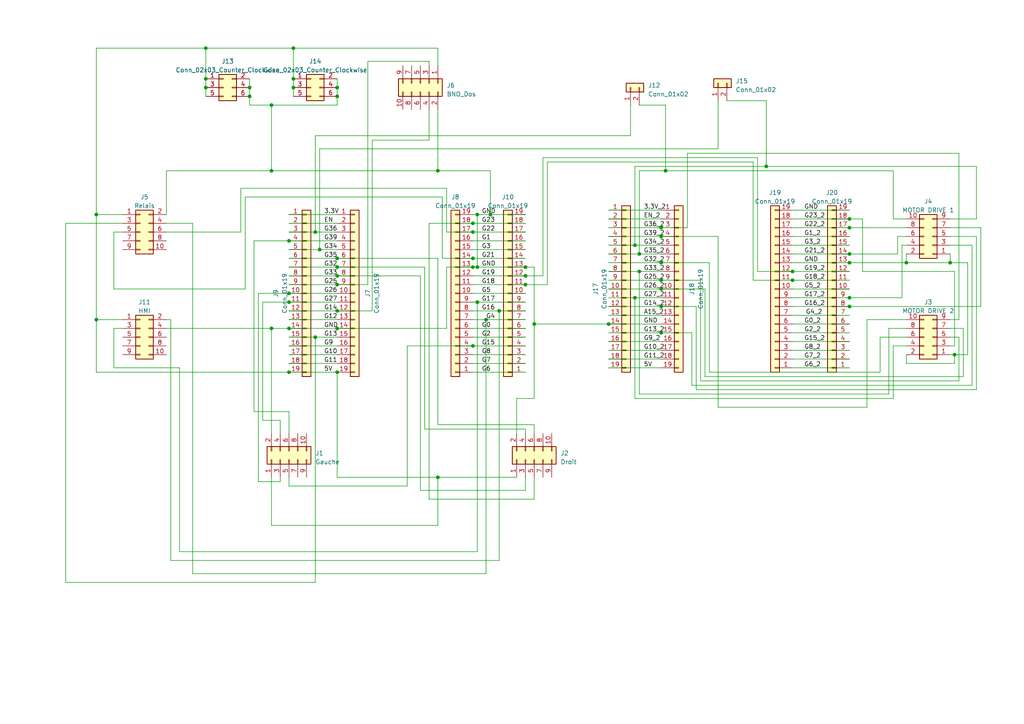
<source format=kicad_sch>
(kicad_sch (version 20230121) (generator eeschema)
  (paper "A4")
  (lib_symbols
    (symbol "Connector_Generic:Conn_01x02" (pin_names (offset 1.016) hide)
      (property "Reference" "J" (at 0 2.54 0))
      (property "Value" "Conn_01x02" (at 0 -5.08 0))
      (symbol "Conn_01x02_1_1"
        (rectangle (start -1.27 -2.413) (end 0 -2.667) (stroke (width 0.1524)))
        (rectangle (start -1.27 0.127) (end 0 -0.127) (stroke (width 0.1524)))
        (rectangle (start -1.27 1.27) (end 1.27 -3.81) (stroke (width 0.254)) (fill (type background)))
        (pin passive line (at -5.08 0 0) (length 3.81) (name "Pin_1") (number "1"))
        (pin passive line (at -5.08 -2.54 0) (length 3.81) (name "Pin_2") (number "2"))
      )
    )
    (symbol "Connector_Generic:Conn_01x19" (pin_names (offset 1.016) hide)
      (property "Reference" "J" (at 0 25.4 0))
      (property "Value" "Conn_01x19" (at 0 -25.4 0))
      (symbol "Conn_01x19_1_1"
        (rectangle (start -1.27 -22.733) (end 0 -22.987) (stroke (width 0.1524)))
        (rectangle (start -1.27 -20.193) (end 0 -20.447) (stroke (width 0.1524)))
        (rectangle (start -1.27 -17.653) (end 0 -17.907) (stroke (width 0.1524)))
        (rectangle (start -1.27 -15.113) (end 0 -15.367) (stroke (width 0.1524)))
        (rectangle (start -1.27 -12.573) (end 0 -12.827) (stroke (width 0.1524)))
        (rectangle (start -1.27 -10.033) (end 0 -10.287) (stroke (width 0.1524)))
        (rectangle (start -1.27 -7.493) (end 0 -7.747) (stroke (width 0.1524)))
        (rectangle (start -1.27 -4.953) (end 0 -5.207) (stroke (width 0.1524)))
        (rectangle (start -1.27 -2.413) (end 0 -2.667) (stroke (width 0.1524)))
        (rectangle (start -1.27 0.127) (end 0 -0.127) (stroke (width 0.1524)))
        (rectangle (start -1.27 2.667) (end 0 2.413) (stroke (width 0.1524)))
        (rectangle (start -1.27 5.207) (end 0 4.953) (stroke (width 0.1524)))
        (rectangle (start -1.27 7.747) (end 0 7.493) (stroke (width 0.1524)))
        (rectangle (start -1.27 10.287) (end 0 10.033) (stroke (width 0.1524)))
        (rectangle (start -1.27 12.827) (end 0 12.573) (stroke (width 0.1524)))
        (rectangle (start -1.27 15.367) (end 0 15.113) (stroke (width 0.1524)))
        (rectangle (start -1.27 17.907) (end 0 17.653) (stroke (width 0.1524)))
        (rectangle (start -1.27 20.447) (end 0 20.193) (stroke (width 0.1524)))
        (rectangle (start -1.27 22.987) (end 0 22.733) (stroke (width 0.1524)))
        (rectangle (start -1.27 24.13) (end 1.27 -24.13) (stroke (width 0.254)) (fill (type background)))
        (pin passive line (at -5.08 22.86 0) (length 3.81) (name "Pin_1") (number "1"))
        (pin passive line (at -5.08 0 0) (length 3.81) (name "Pin_10") (number "10"))
        (pin passive line (at -5.08 -2.54 0) (length 3.81) (name "Pin_11") (number "11"))
        (pin passive line (at -5.08 -5.08 0) (length 3.81) (name "Pin_12") (number "12"))
        (pin passive line (at -5.08 -7.62 0) (length 3.81) (name "Pin_13") (number "13"))
        (pin passive line (at -5.08 -10.16 0) (length 3.81) (name "Pin_14") (number "14"))
        (pin passive line (at -5.08 -12.7 0) (length 3.81) (name "Pin_15") (number "15"))
        (pin passive line (at -5.08 -15.24 0) (length 3.81) (name "Pin_16") (number "16"))
        (pin passive line (at -5.08 -17.78 0) (length 3.81) (name "Pin_17") (number "17"))
        (pin passive line (at -5.08 -20.32 0) (length 3.81) (name "Pin_18") (number "18"))
        (pin passive line (at -5.08 -22.86 0) (length 3.81) (name "Pin_19") (number "19"))
        (pin passive line (at -5.08 20.32 0) (length 3.81) (name "Pin_2") (number "2"))
        (pin passive line (at -5.08 17.78 0) (length 3.81) (name "Pin_3") (number "3"))
        (pin passive line (at -5.08 15.24 0) (length 3.81) (name "Pin_4") (number "4"))
        (pin passive line (at -5.08 12.7 0) (length 3.81) (name "Pin_5") (number "5"))
        (pin passive line (at -5.08 10.16 0) (length 3.81) (name "Pin_6") (number "6"))
        (pin passive line (at -5.08 7.62 0) (length 3.81) (name "Pin_7") (number "7"))
        (pin passive line (at -5.08 5.08 0) (length 3.81) (name "Pin_8") (number "8"))
        (pin passive line (at -5.08 2.54 0) (length 3.81) (name "Pin_9") (number "9"))
      )
    )
    (symbol "Connector_Generic:Conn_02x03_Odd_Even" (pin_names (offset 1.016) hide)
      (property "Reference" "J" (at 1.27 5.08 0))
      (property "Value" "Conn_02x03_Odd_Even" (at 1.27 -5.08 0))
      (symbol "Conn_02x03_Odd_Even_1_1"
        (rectangle (start -1.27 -2.413) (end 0 -2.667) (stroke (width 0.1524)))
        (rectangle (start -1.27 0.127) (end 0 -0.127) (stroke (width 0.1524)))
        (rectangle (start -1.27 2.667) (end 0 2.413) (stroke (width 0.1524)))
        (rectangle (start -1.27 3.81) (end 3.81 -3.81) (stroke (width 0.254)) (fill (type background)))
        (rectangle (start 3.81 -2.413) (end 2.54 -2.667) (stroke (width 0.1524)))
        (rectangle (start 3.81 0.127) (end 2.54 -0.127) (stroke (width 0.1524)))
        (rectangle (start 3.81 2.667) (end 2.54 2.413) (stroke (width 0.1524)))
        (pin passive line (at -5.08 2.54 0) (length 3.81) (name "Pin_1") (number "1"))
        (pin passive line (at 7.62 2.54 180) (length 3.81) (name "Pin_2") (number "2"))
        (pin passive line (at -5.08 0 0) (length 3.81) (name "Pin_3") (number "3"))
        (pin passive line (at 7.62 0 180) (length 3.81) (name "Pin_4") (number "4"))
        (pin passive line (at -5.08 -2.54 0) (length 3.81) (name "Pin_5") (number "5"))
        (pin passive line (at 7.62 -2.54 180) (length 3.81) (name "Pin_6") (number "6"))
      )
    )
    (symbol "Connector_Generic:Conn_02x05_Odd_Even" (pin_names (offset 1.016) hide)
      (property "Reference" "J" (at 1.27 7.62 0))
      (property "Value" "Conn_02x05_Odd_Even" (at 1.27 -7.62 0))
      (symbol "Conn_02x05_Odd_Even_1_1"
        (rectangle (start -1.27 -4.953) (end 0 -5.207) (stroke (width 0.1524)))
        (rectangle (start -1.27 -2.413) (end 0 -2.667) (stroke (width 0.1524)))
        (rectangle (start -1.27 0.127) (end 0 -0.127) (stroke (width 0.1524)))
        (rectangle (start -1.27 2.667) (end 0 2.413) (stroke (width 0.1524)))
        (rectangle (start -1.27 5.207) (end 0 4.953) (stroke (width 0.1524)))
        (rectangle (start -1.27 6.35) (end 3.81 -6.35) (stroke (width 0.254)) (fill (type background)))
        (rectangle (start 3.81 -4.953) (end 2.54 -5.207) (stroke (width 0.1524)))
        (rectangle (start 3.81 -2.413) (end 2.54 -2.667) (stroke (width 0.1524)))
        (rectangle (start 3.81 0.127) (end 2.54 -0.127) (stroke (width 0.1524)))
        (rectangle (start 3.81 2.667) (end 2.54 2.413) (stroke (width 0.1524)))
        (rectangle (start 3.81 5.207) (end 2.54 4.953) (stroke (width 0.1524)))
        (pin passive line (at -5.08 5.08 0) (length 3.81) (name "Pin_1") (number "1"))
        (pin passive line (at 7.62 -5.08 180) (length 3.81) (name "Pin_10") (number "10"))
        (pin passive line (at 7.62 5.08 180) (length 3.81) (name "Pin_2") (number "2"))
        (pin passive line (at -5.08 2.54 0) (length 3.81) (name "Pin_3") (number "3"))
        (pin passive line (at 7.62 2.54 180) (length 3.81) (name "Pin_4") (number "4"))
        (pin passive line (at -5.08 0 0) (length 3.81) (name "Pin_5") (number "5"))
        (pin passive line (at 7.62 0 180) (length 3.81) (name "Pin_6") (number "6"))
        (pin passive line (at -5.08 -2.54 0) (length 3.81) (name "Pin_7") (number "7"))
        (pin passive line (at 7.62 -2.54 180) (length 3.81) (name "Pin_8") (number "8"))
        (pin passive line (at -5.08 -5.08 0) (length 3.81) (name "Pin_9") (number "9"))
      )
    )
  )
  (junction (at 246.38 63.5))
  (junction (at 191.77 76.2))
  (junction (at 83.82 107.95))
  (junction (at 154.94 93.98))
  (junction (at 83.82 95.25))
  (junction (at 59.69 13.97))
  (junction (at 185.42 78.74))
  (junction (at 137.16 77.47))
  (junction (at 97.79 77.47))
  (junction (at 262.89 76.2))
  (junction (at 27.94 92.71))
  (junction (at 59.69 25.4))
  (junction (at 138.43 87.63))
  (junction (at 191.77 81.28))
  (junction (at 229.87 81.28))
  (junction (at 92.71 72.39))
  (junction (at 85.09 25.4))
  (junction (at 97.79 74.93))
  (junction (at 138.43 77.47))
  (junction (at 246.38 73.66))
  (junction (at 97.79 25.4))
  (junction (at 138.43 62.23))
  (junction (at 193.04 49.53))
  (junction (at 97.79 27.94))
  (junction (at 97.79 107.95))
  (junction (at 275.59 76.2))
  (junction (at 78.74 30.48))
  (junction (at 229.87 78.74))
  (junction (at 191.77 83.82))
  (junction (at 91.44 67.31))
  (junction (at 246.38 76.2))
  (junction (at 152.4 80.01))
  (junction (at 184.15 71.12))
  (junction (at 276.86 102.87))
  (junction (at 246.38 86.36))
  (junction (at 78.74 95.25))
  (junction (at 137.16 67.31))
  (junction (at 185.42 73.66))
  (junction (at 72.39 25.4))
  (junction (at 97.79 95.25))
  (junction (at 152.4 82.55))
  (junction (at 91.44 97.79))
  (junction (at 184.15 86.36))
  (junction (at 191.77 88.9))
  (junction (at 27.94 62.23))
  (junction (at 85.09 13.97))
  (junction (at 191.77 66.04))
  (junction (at 176.53 93.98))
  (junction (at 97.79 82.55))
  (junction (at 59.69 22.86))
  (junction (at 127 138.43))
  (junction (at 83.82 87.63))
  (junction (at 83.82 69.85))
  (junction (at 191.77 68.58))
  (junction (at 140.97 92.71))
  (junction (at 222.25 48.26))
  (junction (at 152.4 77.47))
  (junction (at 142.24 62.23))
  (junction (at 246.38 66.04))
  (junction (at 137.16 74.93))
  (junction (at 83.82 85.09))
  (junction (at 144.78 90.17))
  (junction (at 85.09 22.86))
  (junction (at 78.74 49.53))
  (junction (at 127 49.53))
  (junction (at 137.16 64.77))
  (junction (at 72.39 27.94))
  (junction (at 246.38 88.9))
  (junction (at 137.16 100.33))
  (junction (at 191.77 96.52))
  (junction (at 97.79 90.17))
  (junction (at 97.79 80.01))
  (wire (pts (xy 257.81 114.3) (xy 185.42 114.3)))
  (wire (pts (xy 27.94 92.71) (xy 27.94 107.95)))
  (wire (pts (xy 69.85 54.61) (xy 129.54 54.61)))
  (wire (pts (xy 276.86 78.74) (xy 250.19 78.74)))
  (wire (pts (xy 152.4 124.46) (xy 123.19 124.46)))
  (wire (pts (xy 184.15 48.26) (xy 184.15 71.12)))
  (wire (pts (xy 124.46 17.78) (xy 124.46 19.05)))
  (wire (pts (xy 152.4 82.55) (xy 158.75 82.55)))
  (wire (pts (xy 152.4 138.43) (xy 152.4 142.24)))
  (wire (pts (xy 83.82 87.63) (xy 97.79 87.63)))
  (wire (pts (xy 91.44 97.79) (xy 91.44 168.91)))
  (wire (pts (xy 222.25 29.21) (xy 210.82 29.21)))
  (wire (pts (xy 278.13 92.71) (xy 278.13 44.45)))
  (wire (pts (xy 83.82 72.39) (xy 92.71 72.39)))
  (wire (pts (xy 281.94 111.76) (xy 200.66 111.76)))
  (wire (pts (xy 229.87 66.04) (xy 246.38 66.04)))
  (wire (pts (xy 184.15 71.12) (xy 191.77 71.12)))
  (wire (pts (xy 262.89 71.12) (xy 261.62 71.12)))
  (wire (pts (xy 283.21 63.5) (xy 283.21 48.26)))
  (wire (pts (xy 83.82 119.38) (xy 73.66 119.38)))
  (wire (pts (xy 128.27 74.93) (xy 137.16 74.93)))
  (wire (pts (xy 149.86 138.43) (xy 127 138.43)))
  (wire (pts (xy 279.4 109.22) (xy 204.47 109.22)))
  (wire (pts (xy 262.89 97.79) (xy 255.27 97.79)))
  (wire (pts (xy 176.53 73.66) (xy 185.42 73.66)))
  (wire (pts (xy 35.56 62.23) (xy 27.94 62.23)))
  (wire (pts (xy 203.2 110.49) (xy 203.2 81.28)))
  (wire (pts (xy 284.48 88.9) (xy 246.38 88.9)))
  (wire (pts (xy 176.53 86.36) (xy 184.15 86.36)))
  (wire (pts (xy 83.82 95.25) (xy 97.79 95.25)))
  (wire (pts (xy 176.53 78.74) (xy 185.42 78.74)))
  (wire (pts (xy 218.44 46.99) (xy 218.44 81.28)))
  (wire (pts (xy 83.82 125.73) (xy 83.82 119.38)))
  (wire (pts (xy 78.74 30.48) (xy 72.39 30.48)))
  (wire (pts (xy 229.87 99.06) (xy 246.38 99.06)))
  (wire (pts (xy 91.44 39.37) (xy 91.44 67.31)))
  (wire (pts (xy 78.74 30.48) (xy 97.79 30.48)))
  (wire (pts (xy 138.43 160.02) (xy 138.43 87.63)))
  (wire (pts (xy 176.53 91.44) (xy 191.77 91.44)))
  (wire (pts (xy 27.94 62.23) (xy 27.94 92.71)))
  (wire (pts (xy 140.97 92.71) (xy 140.97 166.37)))
  (wire (pts (xy 78.74 152.4) (xy 127 152.4)))
  (wire (pts (xy 97.79 95.25) (xy 129.54 95.25)))
  (wire (pts (xy 33.02 95.25) (xy 35.56 95.25)))
  (wire (pts (xy 83.82 138.43) (xy 83.82 140.97)))
  (wire (pts (xy 278.13 97.79) (xy 275.59 97.79)))
  (wire (pts (xy 218.44 81.28) (xy 229.87 81.28)))
  (wire (pts (xy 140.97 92.71) (xy 152.4 92.71)))
  (wire (pts (xy 118.11 100.33) (xy 137.16 100.33)))
  (wire (pts (xy 137.16 77.47) (xy 138.43 77.47)))
  (wire (pts (xy 83.82 64.77) (xy 97.79 64.77)))
  (wire (pts (xy 185.42 73.66) (xy 191.77 73.66)))
  (wire (pts (xy 255.27 107.95) (xy 205.74 107.95)))
  (wire (pts (xy 72.39 30.48) (xy 72.39 27.94)))
  (wire (pts (xy 52.07 106.68) (xy 52.07 160.02)))
  (wire (pts (xy 278.13 97.79) (xy 278.13 110.49)))
  (wire (pts (xy 200.66 111.76) (xy 200.66 96.52)))
  (wire (pts (xy 137.16 95.25) (xy 152.4 95.25)))
  (wire (pts (xy 204.47 109.22) (xy 204.47 83.82)))
  (wire (pts (xy 106.68 17.78) (xy 106.68 82.55)))
  (wire (pts (xy 81.28 121.92) (xy 76.2 121.92)))
  (wire (pts (xy 229.87 63.5) (xy 246.38 63.5)))
  (wire (pts (xy 138.43 87.63) (xy 152.4 87.63)))
  (wire (pts (xy 152.4 77.47) (xy 154.94 77.47)))
  (wire (pts (xy 137.16 92.71) (xy 140.97 92.71)))
  (wire (pts (xy 92.71 43.18) (xy 92.71 72.39)))
  (wire (pts (xy 59.69 13.97) (xy 27.94 13.97)))
  (wire (pts (xy 176.53 68.58) (xy 191.77 68.58)))
  (wire (pts (xy 85.09 25.4) (xy 85.09 27.94)))
  (wire (pts (xy 246.38 66.04) (xy 262.89 66.04)))
  (wire (pts (xy 262.89 76.2) (xy 275.59 76.2)))
  (wire (pts (xy 251.46 118.11) (xy 208.28 118.11)))
  (wire (pts (xy 97.79 80.01) (xy 121.92 80.01)))
  (wire (pts (xy 279.4 95.25) (xy 279.4 109.22)))
  (wire (pts (xy 73.66 69.85) (xy 83.82 69.85)))
  (wire (pts (xy 275.59 76.2) (xy 275.59 73.66)))
  (wire (pts (xy 85.09 13.97) (xy 85.09 22.86)))
  (wire (pts (xy 83.82 140.97) (xy 118.11 140.97)))
  (wire (pts (xy 257.81 95.25) (xy 257.81 114.3)))
  (wire (pts (xy 19.05 64.77) (xy 19.05 168.91)))
  (wire (pts (xy 83.82 85.09) (xy 97.79 85.09)))
  (wire (pts (xy 262.89 100.33) (xy 259.08 100.33)))
  (wire (pts (xy 137.16 80.01) (xy 152.4 80.01)))
  (wire (pts (xy 219.71 45.72) (xy 219.71 78.74)))
  (wire (pts (xy 76.2 87.63) (xy 83.82 87.63)))
  (wire (pts (xy 229.87 71.12) (xy 246.38 71.12)))
  (wire (pts (xy 78.74 138.43) (xy 78.74 152.4)))
  (wire (pts (xy 255.27 97.79) (xy 255.27 107.95)))
  (wire (pts (xy 137.16 64.77) (xy 152.4 64.77)))
  (wire (pts (xy 138.43 77.47) (xy 152.4 77.47)))
  (wire (pts (xy 129.54 67.31) (xy 137.16 67.31)))
  (wire (pts (xy 229.87 68.58) (xy 246.38 68.58)))
  (wire (pts (xy 229.87 101.6) (xy 246.38 101.6)))
  (wire (pts (xy 97.79 30.48) (xy 97.79 27.94)))
  (wire (pts (xy 250.19 63.5) (xy 246.38 63.5)))
  (wire (pts (xy 33.02 67.31) (xy 33.02 83.82)))
  (wire (pts (xy 149.86 115.57) (xy 154.94 115.57)))
  (wire (pts (xy 191.77 68.58) (xy 208.28 68.58)))
  (wire (pts (xy 127 31.75) (xy 127 49.53)))
  (wire (pts (xy 176.53 76.2) (xy 191.77 76.2)))
  (wire (pts (xy 283.21 113.03) (xy 201.93 113.03)))
  (wire (pts (xy 83.82 69.85) (xy 97.79 69.85)))
  (wire (pts (xy 49.53 92.71) (xy 48.26 92.71)))
  (wire (pts (xy 275.59 100.33) (xy 276.86 100.33)))
  (wire (pts (xy 49.53 92.71) (xy 49.53 162.56)))
  (wire (pts (xy 127 49.53) (xy 142.24 49.53)))
  (wire (pts (xy 229.87 73.66) (xy 246.38 73.66)))
  (wire (pts (xy 208.28 29.21) (xy 208.28 43.18)))
  (wire (pts (xy 137.16 107.95) (xy 152.4 107.95)))
  (wire (pts (xy 128.27 57.15) (xy 128.27 74.93)))
  (wire (pts (xy 208.28 118.11) (xy 208.28 68.58)))
  (wire (pts (xy 275.59 92.71) (xy 278.13 92.71)))
  (wire (pts (xy 59.69 13.97) (xy 59.69 22.86)))
  (wire (pts (xy 83.82 105.41) (xy 97.79 105.41)))
  (wire (pts (xy 261.62 71.12) (xy 261.62 86.36)))
  (wire (pts (xy 229.87 83.82) (xy 246.38 83.82)))
  (wire (pts (xy 142.24 62.23) (xy 152.4 62.23)))
  (wire (pts (xy 138.43 62.23) (xy 138.43 77.47)))
  (wire (pts (xy 78.74 30.48) (xy 78.74 49.53)))
  (wire (pts (xy 278.13 44.45) (xy 199.39 44.45)))
  (wire (pts (xy 229.87 106.68) (xy 246.38 106.68)))
  (wire (pts (xy 81.28 138.43) (xy 81.28 139.7)))
  (wire (pts (xy 176.53 93.98) (xy 191.77 93.98)))
  (wire (pts (xy 138.43 62.23) (xy 142.24 62.23)))
  (wire (pts (xy 83.82 92.71) (xy 97.79 92.71)))
  (wire (pts (xy 35.56 64.77) (xy 19.05 64.77)))
  (wire (pts (xy 158.75 46.99) (xy 218.44 46.99)))
  (wire (pts (xy 154.94 93.98) (xy 176.53 93.98)))
  (wire (pts (xy 205.74 107.95) (xy 205.74 76.2)))
  (wire (pts (xy 48.26 67.31) (xy 69.85 67.31)))
  (wire (pts (xy 127 74.93) (xy 97.79 74.93)))
  (wire (pts (xy 81.28 125.73) (xy 81.28 121.92)))
  (wire (pts (xy 55.88 166.37) (xy 140.97 166.37)))
  (wire (pts (xy 176.53 99.06) (xy 191.77 99.06)))
  (wire (pts (xy 69.85 67.31) (xy 69.85 54.61)))
  (wire (pts (xy 85.09 22.86) (xy 85.09 25.4)))
  (wire (pts (xy 83.82 67.31) (xy 91.44 67.31)))
  (wire (pts (xy 275.59 68.58) (xy 283.21 68.58)))
  (wire (pts (xy 154.94 93.98) (xy 154.94 77.47)))
  (wire (pts (xy 262.89 102.87) (xy 262.89 105.41)))
  (wire (pts (xy 97.79 77.47) (xy 123.19 77.47)))
  (wire (pts (xy 158.75 82.55) (xy 158.75 46.99)))
  (wire (pts (xy 127 138.43) (xy 97.79 138.43)))
  (wire (pts (xy 176.53 66.04) (xy 191.77 66.04)))
  (wire (pts (xy 27.94 13.97) (xy 27.94 62.23)))
  (wire (pts (xy 124.46 17.78) (xy 106.68 17.78)))
  (wire (pts (xy 35.56 92.71) (xy 27.94 92.71)))
  (wire (pts (xy 59.69 25.4) (xy 59.69 27.94)))
  (wire (pts (xy 121.92 142.24) (xy 121.92 80.01)))
  (wire (pts (xy 59.69 22.86) (xy 59.69 25.4)))
  (wire (pts (xy 48.26 62.23) (xy 48.26 49.53)))
  (wire (pts (xy 27.94 107.95) (xy 83.82 107.95)))
  (wire (pts (xy 278.13 110.49) (xy 203.2 110.49)))
  (wire (pts (xy 229.87 88.9) (xy 246.38 88.9)))
  (wire (pts (xy 97.79 27.94) (xy 97.79 25.4)))
  (wire (pts (xy 124.46 64.77) (xy 124.46 144.78)))
  (wire (pts (xy 124.46 64.77) (xy 137.16 64.77)))
  (wire (pts (xy 219.71 78.74) (xy 229.87 78.74)))
  (wire (pts (xy 137.16 82.55) (xy 152.4 82.55)))
  (wire (pts (xy 154.94 138.43) (xy 154.94 144.78)))
  (wire (pts (xy 144.78 90.17) (xy 144.78 162.56)))
  (wire (pts (xy 251.46 92.71) (xy 251.46 118.11)))
  (wire (pts (xy 127 152.4) (xy 127 138.43)))
  (wire (pts (xy 275.59 71.12) (xy 281.94 71.12)))
  (wire (pts (xy 71.12 83.82) (xy 71.12 57.15)))
  (wire (pts (xy 176.53 106.68) (xy 191.77 106.68)))
  (wire (pts (xy 257.81 95.25) (xy 262.89 95.25)))
  (wire (pts (xy 33.02 83.82) (xy 71.12 83.82)))
  (wire (pts (xy 19.05 168.91) (xy 91.44 168.91)))
  (wire (pts (xy 137.16 87.63) (xy 138.43 87.63)))
  (wire (pts (xy 52.07 160.02) (xy 138.43 160.02)))
  (wire (pts (xy 142.24 49.53) (xy 142.24 62.23)))
  (wire (pts (xy 137.16 105.41) (xy 152.4 105.41)))
  (wire (pts (xy 246.38 76.2) (xy 262.89 76.2)))
  (wire (pts (xy 97.79 138.43) (xy 97.79 107.95)))
  (wire (pts (xy 49.53 162.56) (xy 144.78 162.56)))
  (wire (pts (xy 176.53 96.52) (xy 191.77 96.52)))
  (wire (pts (xy 78.74 49.53) (xy 127 49.53)))
  (wire (pts (xy 185.42 49.53) (xy 185.42 73.66)))
  (wire (pts (xy 201.93 113.03) (xy 201.93 88.9)))
  (wire (pts (xy 262.89 92.71) (xy 251.46 92.71)))
  (wire (pts (xy 275.59 66.04) (xy 284.48 66.04)))
  (wire (pts (xy 74.93 85.09) (xy 83.82 85.09)))
  (wire (pts (xy 149.86 125.73) (xy 149.86 115.57)))
  (wire (pts (xy 275.59 63.5) (xy 283.21 63.5)))
  (wire (pts (xy 106.68 82.55) (xy 97.79 82.55)))
  (wire (pts (xy 185.42 78.74) (xy 191.77 78.74)))
  (wire (pts (xy 191.77 96.52) (xy 200.66 96.52)))
  (wire (pts (xy 201.93 88.9) (xy 191.77 88.9)))
  (wire (pts (xy 176.53 83.82) (xy 191.77 83.82)))
  (wire (pts (xy 48.26 64.77) (xy 55.88 64.77)))
  (wire (pts (xy 182.88 30.48) (xy 182.88 39.37)))
  (wire (pts (xy 97.79 90.17) (xy 107.95 90.17)))
  (wire (pts (xy 157.48 80.01) (xy 157.48 45.72)))
  (wire (pts (xy 229.87 96.52) (xy 246.38 96.52)))
  (wire (pts (xy 127 19.05) (xy 127 13.97)))
  (wire (pts (xy 124.46 31.75) (xy 124.46 40.64)))
  (wire (pts (xy 176.53 88.9) (xy 191.77 88.9)))
  (wire (pts (xy 182.88 39.37) (xy 91.44 39.37)))
  (wire (pts (xy 280.67 76.2) (xy 280.67 102.87)))
  (wire (pts (xy 260.35 68.58) (xy 260.35 73.66)))
  (wire (pts (xy 229.87 81.28) (xy 246.38 81.28)))
  (wire (pts (xy 185.42 114.3) (xy 185.42 78.74)))
  (wire (pts (xy 83.82 74.93) (xy 97.79 74.93)))
  (wire (pts (xy 279.4 95.25) (xy 275.59 95.25)))
  (wire (pts (xy 275.59 76.2) (xy 280.67 76.2)))
  (wire (pts (xy 176.53 81.28) (xy 191.77 81.28)))
  (wire (pts (xy 144.78 90.17) (xy 152.4 90.17)))
  (wire (pts (xy 276.86 102.87) (xy 275.59 102.87)))
  (wire (pts (xy 92.71 72.39) (xy 97.79 72.39)))
  (wire (pts (xy 152.4 125.73) (xy 152.4 124.46)))
  (wire (pts (xy 83.82 100.33) (xy 97.79 100.33)))
  (wire (pts (xy 154.94 144.78) (xy 124.46 144.78)))
  (wire (pts (xy 184.15 86.36) (xy 191.77 86.36)))
  (wire (pts (xy 118.11 140.97) (xy 118.11 100.33)))
  (wire (pts (xy 74.93 139.7) (xy 74.93 85.09)))
  (wire (pts (xy 193.04 49.53) (xy 193.04 30.48)))
  (wire (pts (xy 250.19 78.74) (xy 250.19 63.5)))
  (wire (pts (xy 78.74 95.25) (xy 78.74 125.73)))
  (wire (pts (xy 259.08 63.5) (xy 259.08 49.53)))
  (wire (pts (xy 83.82 90.17) (xy 97.79 90.17)))
  (wire (pts (xy 127 13.97) (xy 85.09 13.97)))
  (wire (pts (xy 246.38 86.36) (xy 261.62 86.36)))
  (wire (pts (xy 193.04 49.53) (xy 185.42 49.53)))
  (wire (pts (xy 76.2 121.92) (xy 76.2 87.63)))
  (wire (pts (xy 193.04 30.48) (xy 185.42 30.48)))
  (wire (pts (xy 83.82 82.55) (xy 97.79 82.55)))
  (wire (pts (xy 283.21 48.26) (xy 222.25 48.26)))
  (wire (pts (xy 107.95 40.64) (xy 107.95 90.17)))
  (wire (pts (xy 81.28 139.7) (xy 74.93 139.7)))
  (wire (pts (xy 154.94 125.73) (xy 154.94 123.19)))
  (wire (pts (xy 262.89 68.58) (xy 260.35 68.58)))
  (wire (pts (xy 276.86 105.41) (xy 276.86 102.87)))
  (wire (pts (xy 48.26 49.53) (xy 78.74 49.53)))
  (wire (pts (xy 72.39 25.4) (xy 72.39 22.86)))
  (wire (pts (xy 280.67 102.87) (xy 276.86 102.87)))
  (wire (pts (xy 176.53 71.12) (xy 184.15 71.12)))
  (wire (pts (xy 83.82 102.87) (xy 97.79 102.87)))
  (wire (pts (xy 33.02 106.68) (xy 33.02 95.25)))
  (wire (pts (xy 137.16 90.17) (xy 144.78 90.17)))
  (wire (pts (xy 85.09 13.97) (xy 59.69 13.97)))
  (wire (pts (xy 262.89 105.41) (xy 276.86 105.41)))
  (wire (pts (xy 176.53 101.6) (xy 191.77 101.6)))
  (wire (pts (xy 137.16 72.39) (xy 152.4 72.39)))
  (wire (pts (xy 48.26 95.25) (xy 78.74 95.25)))
  (wire (pts (xy 229.87 86.36) (xy 246.38 86.36)))
  (wire (pts (xy 184.15 115.57) (xy 184.15 86.36)))
  (wire (pts (xy 73.66 119.38) (xy 73.66 69.85)))
  (wire (pts (xy 123.19 77.47) (xy 123.19 124.46)))
  (wire (pts (xy 246.38 73.66) (xy 260.35 73.66)))
  (wire (pts (xy 199.39 44.45) (xy 199.39 66.04)))
  (wire (pts (xy 83.82 80.01) (xy 97.79 80.01)))
  (wire (pts (xy 91.44 97.79) (xy 97.79 97.79)))
  (wire (pts (xy 276.86 100.33) (xy 276.86 78.74)))
  (wire (pts (xy 83.82 107.95) (xy 97.79 107.95)))
  (wire (pts (xy 262.89 63.5) (xy 259.08 63.5)))
  (wire (pts (xy 52.07 106.68) (xy 33.02 106.68)))
  (wire (pts (xy 78.74 95.25) (xy 83.82 95.25)))
  (wire (pts (xy 83.82 97.79) (xy 91.44 97.79)))
  (wire (pts (xy 137.16 102.87) (xy 152.4 102.87)))
  (wire (pts (xy 259.08 49.53) (xy 193.04 49.53)))
  (wire (pts (xy 259.08 115.57) (xy 184.15 115.57)))
  (wire (pts (xy 152.4 80.01) (xy 157.48 80.01)))
  (wire (pts (xy 191.77 83.82) (xy 204.47 83.82)))
  (wire (pts (xy 137.16 100.33) (xy 152.4 100.33)))
  (wire (pts (xy 157.48 45.72) (xy 219.71 45.72)))
  (wire (pts (xy 191.77 66.04) (xy 199.39 66.04)))
  (wire (pts (xy 83.82 62.23) (xy 97.79 62.23)))
  (wire (pts (xy 129.54 95.25) (xy 129.54 77.47)))
  (wire (pts (xy 176.53 63.5) (xy 191.77 63.5)))
  (wire (pts (xy 129.54 54.61) (xy 129.54 67.31)))
  (wire (pts (xy 124.46 40.64) (xy 107.95 40.64)))
  (wire (pts (xy 222.25 48.26) (xy 222.25 29.21)))
  (wire (pts (xy 229.87 78.74) (xy 246.38 78.74)))
  (wire (pts (xy 229.87 60.96) (xy 246.38 60.96)))
  (wire (pts (xy 262.89 73.66) (xy 262.89 76.2)))
  (wire (pts (xy 191.77 76.2) (xy 205.74 76.2)))
  (wire (pts (xy 208.28 43.18) (xy 92.71 43.18)))
  (wire (pts (xy 176.53 104.14) (xy 191.77 104.14)))
  (wire (pts (xy 222.25 48.26) (xy 184.15 48.26)))
  (wire (pts (xy 229.87 104.14) (xy 246.38 104.14)))
  (wire (pts (xy 229.87 91.44) (xy 246.38 91.44)))
  (wire (pts (xy 229.87 76.2) (xy 246.38 76.2)))
  (wire (pts (xy 154.94 123.19) (xy 127 123.19)))
  (wire (pts (xy 55.88 64.77) (xy 55.88 166.37)))
  (wire (pts (xy 35.56 67.31) (xy 33.02 67.31)))
  (wire (pts (xy 71.12 57.15) (xy 128.27 57.15)))
  (wire (pts (xy 281.94 71.12) (xy 281.94 111.76)))
  (wire (pts (xy 191.77 81.28) (xy 203.2 81.28)))
  (wire (pts (xy 176.53 60.96) (xy 191.77 60.96)))
  (wire (pts (xy 137.16 69.85) (xy 152.4 69.85)))
  (wire (pts (xy 284.48 66.04) (xy 284.48 88.9)))
  (wire (pts (xy 283.21 68.58) (xy 283.21 113.03)))
  (wire (pts (xy 137.16 62.23) (xy 138.43 62.23)))
  (wire (pts (xy 91.44 67.31) (xy 97.79 67.31)))
  (wire (pts (xy 152.4 142.24) (xy 121.92 142.24)))
  (wire (pts (xy 137.16 67.31) (xy 152.4 67.31)))
  (wire (pts (xy 72.39 27.94) (xy 72.39 25.4)))
  (wire (pts (xy 259.08 100.33) (xy 259.08 115.57)))
  (wire (pts (xy 129.54 77.47) (xy 137.16 77.47)))
  (wire (pts (xy 127 123.19) (xy 127 74.93)))
  (wire (pts (xy 137.16 97.79) (xy 152.4 97.79)))
  (wire (pts (xy 154.94 115.57) (xy 154.94 93.98)))
  (wire (pts (xy 137.16 85.09) (xy 152.4 85.09)))
  (wire (pts (xy 229.87 93.98) (xy 246.38 93.98)))
  (wire (pts (xy 97.79 25.4) (xy 97.79 22.86)))
  (wire (pts (xy 137.16 74.93) (xy 152.4 74.93)))
  (wire (pts (xy 83.82 77.47) (xy 97.79 77.47)))
  (label "G33_2" (at 186.69 78.74 0))
  (label "G1_2" (at 233.244 68.58 0))
  (label "G35" (at 93.98 74.93 0))
  (label "G32" (at 93.98 77.47 0))
  (label "G33" (at 93.98 80.01 0))
  (label "5V" (at 93.98 107.95 0))
  (label "G5_2" (at 233.244 83.82 0))
  (label "G11" (at 93.98 105.41 0))
  (label "G3_2" (at 233.244 71.12 0))
  (label "G6" (at 139.7 107.95 0))
  (label "GND" (at 186.69 93.98 0))
  (label "G21_2" (at 233.244 73.66 0))
  (label "5V" (at 186.69 106.68 0))
  (label "GND" (at 93.98 95.25 0))
  (label "G26_2" (at 186.69 83.82 0))
  (label "G16_2" (at 233.244 88.9 0))
  (label "G39" (at 93.98 69.85 0))
  (label "G32_2" (at 186.69 76.2 0))
  (label "G16" (at 139.7 90.17 0))
  (label "G19_2" (at 233.244 78.74 0))
  (label "G22" (at 139.7 67.31 0))
  (label "G13_2" (at 186.69 96.52 0))
  (label "G4" (at 140.97 92.71 0))
  (label "GND" (at 139.7 62.23 0))
  (label "3.3V" (at 93.98 62.23 0))
  (label "G36" (at 93.98 67.31 0))
  (label "G34_2" (at 186.69 71.12 0))
  (label "G18_2" (at 233.244 81.28 0))
  (label "G25_2" (at 186.69 81.28 0))
  (label "G14" (at 93.98 90.17 0))
  (label "G9_2" (at 186.69 99.06 0))
  (label "G26" (at 93.98 85.09 0))
  (label "G0" (at 139.7 95.25 0))
  (label "G9" (at 93.98 100.33 0))
  (label "G17" (at 139.7 87.63 0))
  (label "G14_2" (at 186.69 88.9 0))
  (label "G2_2" (at 233.244 96.52 0))
  (label "G10_2" (at 186.69 101.6 0))
  (label "G23_2" (at 233.244 63.5 0))
  (label "G11_2" (at 186.69 104.14 0))
  (label "G27" (at 93.98 87.63 0))
  (label "G15_2" (at 233.244 99.06 0))
  (label "G23" (at 139.7 64.77 0))
  (label "G8" (at 139.7 102.87 0))
  (label "A15_2" (at 186.69 91.44 0))
  (label "G12" (at 93.98 92.71 0))
  (label "GND" (at 233.244 76.2 0))
  (label "3.3V_2" (at 186.69 60.96 0))
  (label "G8_2" (at 233.244 101.6 0))
  (label "G25" (at 93.98 82.55 0))
  (label "G7" (at 139.7 105.41 0))
  (label "GND" (at 139.7 77.47 0))
  (label "G13" (at 93.98 97.79 0))
  (label "G17_2" (at 233.244 86.36 0))
  (label "G15" (at 139.7 100.33 0))
  (label "G7_2" (at 233.244 104.14 0))
  (label "G2" (at 139.7 97.79 0))
  (label "G4_2" (at 233.68 91.44 0))
  (label "G5" (at 139.7 85.09 0))
  (label "G21" (at 139.7 74.93 0))
  (label "G0_2" (at 233.244 93.98 0))
  (label "G39_2" (at 186.69 68.58 0))
  (label "G36_2" (at 186.69 66.04 0))
  (label "G18" (at 139.7 82.55 0))
  (label "G10" (at 93.98 102.87 0))
  (label "G34" (at 93.98 72.39 0))
  (label "G6_2" (at 233.244 106.68 0))
  (label "G35_2" (at 186.69 73.66 0))
  (label "G3" (at 139.7 72.39 0))
  (label "G22_2" (at 233.244 66.04 0))
  (label "G19" (at 139.7 80.01 0))
  (label "GND" (at 233.244 60.96 0))
  (label "EN" (at 93.98 64.77 0))
  (label "EN_2" (at 186.69 63.5 0))
  (label "G27_2" (at 186.69 86.36 0))
  (label "G1" (at 139.7 69.85 0))
  (symbol (lib_id "Connector_Generic:Conn_02x05_Odd_Even") (at 121.92 24.13 270) (unit 1)
    (property "Reference" "J6" (at 129.54 24.765 90) (effects (justify left)))
    (property "Value" "BNO_Dos" (at 129.54 27.305 90) (effects (justify left)))
    (property "Footprint" "Connector_IDC:IDC-Header_2x05_P2.54mm_Vertical" (effects hide))
  )
  (symbol (lib_id "Connector_Generic:Conn_02x03_Odd_Even") (at 90.17 25.4 0) (unit 1)
    (property "Reference" "J14" (at 91.44 17.78 0))
    (property "Value" "Conn_02x03_Counter_Clockwise" (at 91.44 20.32 0))
    (property "Footprint" "Connector_PinSocket_2.54mm:PinSocket_2x03_P2.54mm_Vertical" (effects hide))
  )
  (symbol (lib_id "Connector_Generic:Conn_02x05_Odd_Even") (at 83.82 133.35 90) (unit 1)
    (property "Reference" "J1" (at 91.44 131.445 90) (effects (justify right)))
    (property "Value" "Gauche" (at 91.44 133.985 90) (effects (justify right)))
    (property "Footprint" "Connector_IDC:IDC-Header_2x05_P2.54mm_Vertical" (effects hide))
  )
  (symbol (lib_id "Connector_Generic:Conn_02x03_Odd_Even") (at 64.77 25.4 0) (unit 1)
    (property "Reference" "J13" (at 66.04 17.78 0))
    (property "Value" "Conn_02x03_Counter_Clockwise" (at 66.04 20.32 0))
    (property "Footprint" "Connector_PinSocket_2.54mm:PinSocket_2x03_P2.54mm_Vertical" (effects hide))
  )
  (symbol (lib_id "Connector_Generic:Conn_01x19") (at 132.08 85.09 180) (unit 1)
    (property "Reference" "J8" (at 132.08 57.15 0))
    (property "Value" "Conn_01x19" (at 132.08 59.69 0))
    (property "Footprint" "Connector_PinSocket_2.54mm:PinSocket_1x19_P2.54mm_Vertical" (effects hide))
  )
  (symbol (lib_id "Connector_Generic:Conn_01x19") (at 181.61 83.82 0) (unit 1)
    (property "Reference" "J17" (at 172.72 83.82 90))
    (property "Value" "Conn_01x19" (at 175.26 83.82 90))
    (property "Footprint" "Connector_PinSocket_2.54mm:PinSocket_1x19_P2.54mm_Vertical" (effects hide))
  )
  (symbol (lib_id "Connector_Generic:Conn_01x19") (at 241.3 83.82 180) (unit 1)
    (property "Reference" "J20" (at 241.3 55.88 0))
    (property "Value" "Conn_01x19" (at 241.3 58.42 0))
    (property "Footprint" "Connector_PinSocket_2.54mm:PinSocket_1x19_P2.54mm_Vertical" (effects hide))
  )
  (symbol (lib_id "Connector_Generic:Conn_02x05_Odd_Even") (at 270.51 97.79 180) (unit 1)
    (property "Reference" "J3" (at 269.24 87.63 0))
    (property "Value" "MOTOR DRIVE 2" (at 269.24 90.17 0))
    (property "Footprint" "Connector_IDC:IDC-Header_2x05_P2.54mm_Vertical" (effects hide))
  )
  (symbol (lib_id "Connector_Generic:Conn_01x19") (at 147.32 85.09 180) (unit 1)
    (property "Reference" "J10" (at 147.32 57.15 0))
    (property "Value" "Conn_01x19" (at 147.32 59.69 0))
    (property "Footprint" "Connector_PinSocket_2.54mm:PinSocket_1x19_P2.54mm_Vertical" (effects hide))
  )
  (symbol (lib_id "Connector_Generic:Conn_01x19") (at 88.9 85.09 0) (unit 1)
    (property "Reference" "J9" (at 80.01 85.09 90))
    (property "Value" "Conn_01x19" (at 82.55 85.09 90))
    (property "Footprint" "Connector_PinSocket_2.54mm:PinSocket_1x19_P2.54mm_Vertical" (effects hide))
  )
  (symbol (lib_id "Connector_Generic:Conn_01x19") (at 224.79 83.82 180) (unit 1)
    (property "Reference" "J19" (at 224.79 55.88 0))
    (property "Value" "Conn_01x19" (at 224.79 58.42 0))
    (property "Footprint" "Connector_PinSocket_2.54mm:PinSocket_1x19_P2.54mm_Vertical" (effects hide))
  )
  (symbol (lib_id "Connector_Generic:Conn_01x02") (at 208.28 24.13 90) (unit 1)
    (property "Reference" "J15" (at 213.36 23.495 90) (effects (justify right)))
    (property "Value" "Conn_01x02" (at 213.36 26.035 90) (effects (justify right)))
    (property "Footprint" "Connector_PinHeader_2.54mm:PinHeader_1x02_P2.54mm_Vertical" (effects hide))
  )
  (symbol (lib_id "Connector_Generic:Conn_02x05_Odd_Even") (at 154.94 133.35 90) (unit 1)
    (property "Reference" "J2" (at 162.56 131.445 90) (effects (justify right)))
    (property "Value" "Droit" (at 162.56 133.985 90) (effects (justify right)))
    (property "Footprint" "Connector_IDC:IDC-Header_2x05_P2.54mm_Vertical" (effects hide))
  )
  (symbol (lib_id "Connector_Generic:Conn_01x19") (at 196.85 83.82 0) (unit 1)
    (property "Reference" "J18" (at 200.66 83.82 90))
    (property "Value" "Conn_01x19" (at 203.2 83.82 90))
    (property "Footprint" "Connector_PinSocket_2.54mm:PinSocket_1x19_P2.54mm_Vertical" (effects hide))
  )
  (symbol (lib_id "Connector_Generic:Conn_02x05_Odd_Even") (at 270.51 68.58 180) (unit 1)
    (property "Reference" "J4" (at 269.24 58.42 0))
    (property "Value" "MOTOR DRIVE 1" (at 269.24 60.96 0))
    (property "Footprint" "Connector_IDC:IDC-Header_2x05_P2.54mm_Vertical" (effects hide))
  )
  (symbol (lib_id "Connector_Generic:Conn_02x05_Odd_Even") (at 40.64 67.31 0) (unit 1)
    (property "Reference" "J5" (at 41.91 57.15 0))
    (property "Value" "Relais" (at 41.91 59.69 0))
    (property "Footprint" "Connector_IDC:IDC-Header_2x05_P2.54mm_Vertical" (effects hide))
  )
  (symbol (lib_id "Connector_Generic:Conn_01x19") (at 102.87 85.09 0) (unit 1)
    (property "Reference" "J7" (at 106.68 85.09 90))
    (property "Value" "Conn_01x19" (at 109.22 85.09 90))
    (property "Footprint" "Connector_PinSocket_2.54mm:PinSocket_1x19_P2.54mm_Vertical" (effects hide))
  )
  (symbol (lib_id "Connector_Generic:Conn_02x05_Odd_Even") (at 40.64 97.79 0) (unit 1)
    (property "Reference" "J11" (at 41.91 87.63 0))
    (property "Value" "HMI" (at 41.91 90.17 0))
    (property "Footprint" "Connector_IDC:IDC-Header_2x05_P2.54mm_Vertical" (effects hide))
  )
  (symbol (lib_id "Connector_Generic:Conn_01x02") (at 182.88 25.4 90) (unit 1)
    (property "Reference" "J12" (at 187.96 24.765 90) (effects (justify right)))
    (property "Value" "Conn_01x02" (at 187.96 27.305 90) (effects (justify right)))
    (property "Footprint" "Connector_PinHeader_2.54mm:PinHeader_1x02_P2.54mm_Vertical" (effects hide))
  )
)
</source>
